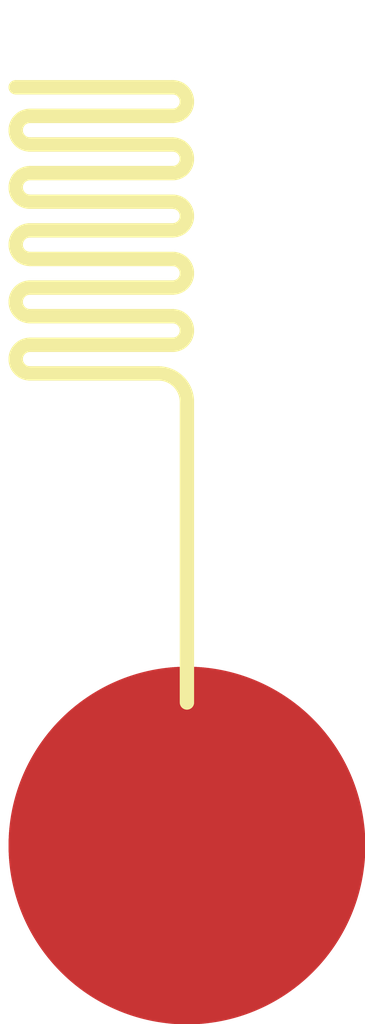
<source format=kicad_pcb>
(kicad_pcb (version 4) (host pcbnew 4.0.6)

  (general
    (links 3)
    (no_connects 0)
    (area 0 0 0 0)
    (thickness 1.6)
    (drawings 140)
    (tracks 0)
    (zones 0)
    (modules 4)
    (nets 2)
  )

  (page A4)
  (layers
    (0 F.Cu signal)
    (31 B.Cu signal)
    (32 B.Adhes user)
    (33 F.Adhes user)
    (34 B.Paste user)
    (35 F.Paste user)
    (36 B.SilkS user)
    (37 F.SilkS user)
    (38 B.Mask user)
    (39 F.Mask user)
    (40 Dwgs.User user)
    (41 Cmts.User user)
    (42 Eco1.User user)
    (43 Eco2.User user)
    (44 Edge.Cuts user)
    (45 Margin user)
    (46 B.CrtYd user)
    (47 F.CrtYd user)
    (48 B.Fab user)
    (49 F.Fab user)
  )

  (setup
    (last_trace_width 1)
    (user_trace_width 1)
    (user_trace_width 2)
    (user_trace_width 3)
    (trace_clearance 0.2)
    (zone_clearance 0.508)
    (zone_45_only no)
    (trace_min 0.2)
    (segment_width 1)
    (edge_width 0.15)
    (via_size 0.6)
    (via_drill 0.4)
    (via_min_size 0.4)
    (via_min_drill 0.3)
    (uvia_size 0.3)
    (uvia_drill 0.1)
    (uvias_allowed no)
    (uvia_min_size 0.2)
    (uvia_min_drill 0.1)
    (pcb_text_width 0.3)
    (pcb_text_size 1.5 1.5)
    (mod_edge_width 0.15)
    (mod_text_size 1 1)
    (mod_text_width 0.15)
    (pad_size 1.524 1.524)
    (pad_drill 0.762)
    (pad_to_mask_clearance 0.2)
    (aux_axis_origin 0 0)
    (visible_elements FFFFFF7F)
    (pcbplotparams
      (layerselection 0x00030_80000001)
      (usegerberextensions false)
      (excludeedgelayer true)
      (linewidth 0.100000)
      (plotframeref false)
      (viasonmask false)
      (mode 1)
      (useauxorigin false)
      (hpglpennumber 1)
      (hpglpenspeed 20)
      (hpglpendiameter 15)
      (hpglpenoverlay 2)
      (psnegative false)
      (psa4output false)
      (plotreference true)
      (plotvalue true)
      (plotinvisibletext false)
      (padsonsilk false)
      (subtractmaskfromsilk false)
      (outputformat 1)
      (mirror false)
      (drillshape 1)
      (scaleselection 1)
      (outputdirectory ""))
  )

  (net 0 "")
  (net 1 "Net-(TP1-Pad1)")

  (net_class Default "This is the default net class."
    (clearance 0.2)
    (trace_width 0.25)
    (via_dia 0.6)
    (via_drill 0.4)
    (uvia_dia 0.3)
    (uvia_drill 0.1)
    (add_net "Net-(TP1-Pad1)")
  )

  (module Pin_Headers:Pin_Header_Straight_1x01_Pitch2.54mm (layer F.Cu) (tedit 5D5F0276) (tstamp 5D5F0445)
    (at 148 103)
    (descr "Through hole straight pin header, 1x01, 2.54mm pitch, single row")
    (tags "Through hole pin header THT 1x01 2.54mm single row")
    (path /5D5F030C)
    (fp_text reference TP1 (at 0 -2.33) (layer F.SilkS) hide
      (effects (font (size 1 1) (thickness 0.15)))
    )
    (fp_text value TEST (at 0 2.33) (layer F.Fab)
      (effects (font (size 1 1) (thickness 0.15)))
    )
    (fp_line (start -1.8 -1.8) (end -1.8 1.8) (layer F.CrtYd) (width 0.05))
    (fp_line (start -1.8 1.8) (end 1.8 1.8) (layer F.CrtYd) (width 0.05))
    (fp_line (start 1.8 1.8) (end 1.8 -1.8) (layer F.CrtYd) (width 0.05))
    (fp_line (start 1.8 -1.8) (end -1.8 -1.8) (layer F.CrtYd) (width 0.05))
    (fp_text user %R (at 0 0 90) (layer F.Fab)
      (effects (font (size 1 1) (thickness 0.15)))
    )
    (pad 1 smd circle (at 0 0) (size 25 25) (layers F.Cu F.Paste F.Mask)
      (net 1 "Net-(TP1-Pad1)"))
    (model ${KISYS3DMOD}/Pin_Headers.3dshapes/Pin_Header_Straight_1x01_Pitch2.54mm.wrl
      (at (xyz 0 0 0))
      (scale (xyz 1 1 1))
      (rotate (xyz 0 0 0))
    )
  )

  (module Pin_Headers:Pin_Header_Straight_1x01_Pitch2.54mm (layer F.Cu) (tedit 5D5F0276) (tstamp 5D5F043C)
    (at 148 103)
    (descr "Through hole straight pin header, 1x01, 2.54mm pitch, single row")
    (tags "Through hole pin header THT 1x01 2.54mm single row")
    (path /5D5F030C)
    (fp_text reference TP1 (at 0 -2.33) (layer F.SilkS) hide
      (effects (font (size 1 1) (thickness 0.15)))
    )
    (fp_text value TEST (at 0 2.33) (layer F.Fab)
      (effects (font (size 1 1) (thickness 0.15)))
    )
    (fp_line (start -1.8 -1.8) (end -1.8 1.8) (layer F.CrtYd) (width 0.05))
    (fp_line (start -1.8 1.8) (end 1.8 1.8) (layer F.CrtYd) (width 0.05))
    (fp_line (start 1.8 1.8) (end 1.8 -1.8) (layer F.CrtYd) (width 0.05))
    (fp_line (start 1.8 -1.8) (end -1.8 -1.8) (layer F.CrtYd) (width 0.05))
    (fp_text user %R (at 0 0 90) (layer F.Fab)
      (effects (font (size 1 1) (thickness 0.15)))
    )
    (pad 1 smd circle (at 0 0) (size 25 25) (layers F.Cu F.Paste F.Mask)
      (net 1 "Net-(TP1-Pad1)"))
    (model ${KISYS3DMOD}/Pin_Headers.3dshapes/Pin_Header_Straight_1x01_Pitch2.54mm.wrl
      (at (xyz 0 0 0))
      (scale (xyz 1 1 1))
      (rotate (xyz 0 0 0))
    )
  )

  (module Pin_Headers:Pin_Header_Straight_1x01_Pitch2.54mm (layer F.Cu) (tedit 5D5F0276) (tstamp 5D5F040D)
    (at 148 103)
    (descr "Through hole straight pin header, 1x01, 2.54mm pitch, single row")
    (tags "Through hole pin header THT 1x01 2.54mm single row")
    (path /5D5F030C)
    (fp_text reference TP1 (at 0 -2.33) (layer F.SilkS) hide
      (effects (font (size 1 1) (thickness 0.15)))
    )
    (fp_text value TEST (at 0 2.33) (layer F.Fab)
      (effects (font (size 1 1) (thickness 0.15)))
    )
    (fp_line (start -1.8 -1.8) (end -1.8 1.8) (layer F.CrtYd) (width 0.05))
    (fp_line (start -1.8 1.8) (end 1.8 1.8) (layer F.CrtYd) (width 0.05))
    (fp_line (start 1.8 1.8) (end 1.8 -1.8) (layer F.CrtYd) (width 0.05))
    (fp_line (start 1.8 -1.8) (end -1.8 -1.8) (layer F.CrtYd) (width 0.05))
    (fp_text user %R (at 0 0 90) (layer F.Fab)
      (effects (font (size 1 1) (thickness 0.15)))
    )
    (pad 1 smd circle (at 0 0) (size 25 25) (layers F.Cu F.Paste F.Mask)
      (net 1 "Net-(TP1-Pad1)"))
    (model ${KISYS3DMOD}/Pin_Headers.3dshapes/Pin_Header_Straight_1x01_Pitch2.54mm.wrl
      (at (xyz 0 0 0))
      (scale (xyz 1 1 1))
      (rotate (xyz 0 0 0))
    )
  )

  (module Pin_Headers:Pin_Header_Straight_1x01_Pitch2.54mm (layer F.Cu) (tedit 5D5F0276) (tstamp 5D5F0261)
    (at 148 103)
    (descr "Through hole straight pin header, 1x01, 2.54mm pitch, single row")
    (tags "Through hole pin header THT 1x01 2.54mm single row")
    (path /5D5F030C)
    (fp_text reference TP1 (at 0 -2.33) (layer F.SilkS) hide
      (effects (font (size 1 1) (thickness 0.15)))
    )
    (fp_text value TEST (at 0 2.33) (layer F.Fab)
      (effects (font (size 1 1) (thickness 0.15)))
    )
    (fp_line (start -1.8 -1.8) (end -1.8 1.8) (layer F.CrtYd) (width 0.05))
    (fp_line (start -1.8 1.8) (end 1.8 1.8) (layer F.CrtYd) (width 0.05))
    (fp_line (start 1.8 1.8) (end 1.8 -1.8) (layer F.CrtYd) (width 0.05))
    (fp_line (start 1.8 -1.8) (end -1.8 -1.8) (layer F.CrtYd) (width 0.05))
    (fp_text user %R (at 0 0 90) (layer F.Fab)
      (effects (font (size 1 1) (thickness 0.15)))
    )
    (pad 1 smd circle (at 0 0) (size 25 25) (layers F.Cu F.Paste F.Mask)
      (net 1 "Net-(TP1-Pad1)"))
    (model ${KISYS3DMOD}/Pin_Headers.3dshapes/Pin_Header_Straight_1x01_Pitch2.54mm.wrl
      (at (xyz 0 0 0))
      (scale (xyz 1 1 1))
      (rotate (xyz 0 0 0))
    )
  )

  (dimension 20 (width 0.3) (layer Dwgs.User) (tstamp 5D5F0492)
    (gr_text "20.000 mm" (at 152.35 80 90) (layer Dwgs.User) (tstamp 5D5F0493)
      (effects (font (size 1.5 1.5) (thickness 0.3)))
    )
    (feature1 (pts (xy 148 70) (xy 153.7 70)))
    (feature2 (pts (xy 148 90) (xy 153.7 90)))
    (crossbar (pts (xy 151 90) (xy 151 70)))
    (arrow1a (pts (xy 151 70) (xy 151.586421 71.126504)))
    (arrow1b (pts (xy 151 70) (xy 150.413579 71.126504)))
    (arrow2a (pts (xy 151 90) (xy 151.586421 88.873496)))
    (arrow2b (pts (xy 151 90) (xy 150.413579 88.873496)))
  )
  (gr_line (start 148 93) (end 148 72) (angle 90) (layer F.SilkS) (width 1) (tstamp 5D5F0491))
  (gr_arc (start 146 72) (end 146 70) (angle 90) (layer F.SilkS) (width 1) (tstamp 5D5F0490))
  (gr_arc (start 137 69) (end 137 70) (angle 90) (layer F.SilkS) (width 1) (tstamp 5D5F048F))
  (gr_arc (start 137 69) (end 136 69) (angle 90) (layer F.SilkS) (width 1) (tstamp 5D5F048E))
  (gr_arc (start 147 67) (end 148 67) (angle 90) (layer F.SilkS) (width 1) (tstamp 5D5F048D))
  (gr_arc (start 147 67) (end 147 66) (angle 90) (layer F.SilkS) (width 1) (tstamp 5D5F048C))
  (gr_line (start 146 70) (end 137 70) (angle 90) (layer F.SilkS) (width 1) (tstamp 5D5F048B))
  (gr_line (start 137 68) (end 147 68) (angle 90) (layer F.SilkS) (width 1) (tstamp 5D5F048A))
  (gr_line (start 147 66) (end 137 66) (angle 90) (layer F.SilkS) (width 1) (tstamp 5D5F0489))
  (gr_line (start 137 64) (end 147 64) (angle 90) (layer F.SilkS) (width 1) (tstamp 5D5F0488))
  (gr_line (start 137 62) (end 147 62) (angle 90) (layer F.SilkS) (width 1) (tstamp 5D5F0487))
  (gr_line (start 137 60) (end 147 60) (angle 90) (layer F.SilkS) (width 1) (tstamp 5D5F0486))
  (gr_line (start 137 58) (end 147 58) (angle 90) (layer F.SilkS) (width 1) (tstamp 5D5F0485))
  (gr_line (start 137 56) (end 147 56) (angle 90) (layer F.SilkS) (width 1) (tstamp 5D5F0484))
  (gr_line (start 137 54) (end 147 54) (angle 90) (layer F.SilkS) (width 1) (tstamp 5D5F0483))
  (gr_line (start 137 52) (end 147 52) (angle 90) (layer F.SilkS) (width 1) (tstamp 5D5F0482))
  (gr_arc (start 137 65) (end 137 66) (angle 90) (layer F.SilkS) (width 1) (tstamp 5D5F0481))
  (gr_arc (start 137 65) (end 136 65) (angle 90) (layer F.SilkS) (width 1) (tstamp 5D5F0480))
  (gr_arc (start 137 61) (end 137 62) (angle 90) (layer F.SilkS) (width 1) (tstamp 5D5F047F))
  (gr_arc (start 137 61) (end 136 61) (angle 90) (layer F.SilkS) (width 1) (tstamp 5D5F047E))
  (gr_arc (start 137 57) (end 137 58) (angle 90) (layer F.SilkS) (width 1) (tstamp 5D5F047D))
  (gr_arc (start 137 57) (end 136 57) (angle 90) (layer F.SilkS) (width 1) (tstamp 5D5F047C))
  (gr_arc (start 137 53) (end 137 54) (angle 90) (layer F.SilkS) (width 1) (tstamp 5D5F047B))
  (gr_arc (start 137 53) (end 136 53) (angle 90) (layer F.SilkS) (width 1) (tstamp 5D5F047A))
  (gr_arc (start 147 51) (end 147 50) (angle 90) (layer F.SilkS) (width 1) (tstamp 5D5F0479))
  (gr_arc (start 147 51) (end 148 51) (angle 90) (layer F.SilkS) (width 1) (tstamp 5D5F0478))
  (gr_arc (start 147 55) (end 147 54) (angle 90) (layer F.SilkS) (width 1) (tstamp 5D5F0477))
  (gr_arc (start 147 55) (end 148 55) (angle 90) (layer F.SilkS) (width 1) (tstamp 5D5F0476))
  (gr_arc (start 147 59) (end 147 58) (angle 90) (layer F.SilkS) (width 1) (tstamp 5D5F0475))
  (gr_arc (start 147 59) (end 148 59) (angle 90) (layer F.SilkS) (width 1) (tstamp 5D5F0474))
  (gr_arc (start 147 63) (end 147 62) (angle 90) (layer F.SilkS) (width 1) (tstamp 5D5F0473))
  (gr_arc (start 147 63) (end 148 63) (angle 90) (layer F.SilkS) (width 1) (tstamp 5D5F0472))
  (gr_line (start 147 50) (end 136 50) (angle 90) (layer F.SilkS) (width 1) (tstamp 5D5F0471))
  (gr_line (start 147 50) (end 136 50) (angle 90) (layer F.SilkS) (width 1) (tstamp 5D5F0470))
  (gr_arc (start 147 63) (end 148 63) (angle 90) (layer F.SilkS) (width 1) (tstamp 5D5F046F))
  (gr_arc (start 147 63) (end 147 62) (angle 90) (layer F.SilkS) (width 1) (tstamp 5D5F046E))
  (gr_arc (start 147 59) (end 148 59) (angle 90) (layer F.SilkS) (width 1) (tstamp 5D5F046D))
  (gr_arc (start 147 59) (end 147 58) (angle 90) (layer F.SilkS) (width 1) (tstamp 5D5F046C))
  (gr_arc (start 147 55) (end 148 55) (angle 90) (layer F.SilkS) (width 1) (tstamp 5D5F046B))
  (gr_arc (start 147 55) (end 147 54) (angle 90) (layer F.SilkS) (width 1) (tstamp 5D5F046A))
  (gr_arc (start 147 51) (end 148 51) (angle 90) (layer F.SilkS) (width 1) (tstamp 5D5F0469))
  (gr_arc (start 147 51) (end 147 50) (angle 90) (layer F.SilkS) (width 1) (tstamp 5D5F0468))
  (gr_arc (start 137 53) (end 136 53) (angle 90) (layer F.SilkS) (width 1) (tstamp 5D5F0467))
  (gr_arc (start 137 53) (end 137 54) (angle 90) (layer F.SilkS) (width 1) (tstamp 5D5F0466))
  (gr_arc (start 137 57) (end 136 57) (angle 90) (layer F.SilkS) (width 1) (tstamp 5D5F0465))
  (gr_arc (start 137 57) (end 137 58) (angle 90) (layer F.SilkS) (width 1) (tstamp 5D5F0464))
  (gr_arc (start 137 61) (end 136 61) (angle 90) (layer F.SilkS) (width 1) (tstamp 5D5F0463))
  (gr_arc (start 137 61) (end 137 62) (angle 90) (layer F.SilkS) (width 1) (tstamp 5D5F0462))
  (gr_arc (start 137 65) (end 136 65) (angle 90) (layer F.SilkS) (width 1) (tstamp 5D5F0461))
  (gr_arc (start 137 65) (end 137 66) (angle 90) (layer F.SilkS) (width 1) (tstamp 5D5F0460))
  (gr_line (start 137 52) (end 147 52) (angle 90) (layer F.SilkS) (width 1) (tstamp 5D5F045F))
  (gr_line (start 137 54) (end 147 54) (angle 90) (layer F.SilkS) (width 1) (tstamp 5D5F045E))
  (gr_line (start 137 56) (end 147 56) (angle 90) (layer F.SilkS) (width 1) (tstamp 5D5F045D))
  (gr_line (start 137 58) (end 147 58) (angle 90) (layer F.SilkS) (width 1) (tstamp 5D5F045C))
  (gr_line (start 137 60) (end 147 60) (angle 90) (layer F.SilkS) (width 1) (tstamp 5D5F045B))
  (gr_line (start 137 62) (end 147 62) (angle 90) (layer F.SilkS) (width 1) (tstamp 5D5F045A))
  (gr_line (start 137 64) (end 147 64) (angle 90) (layer F.SilkS) (width 1) (tstamp 5D5F0459))
  (gr_line (start 147 66) (end 137 66) (angle 90) (layer F.SilkS) (width 1) (tstamp 5D5F0458))
  (gr_line (start 137 68) (end 147 68) (angle 90) (layer F.SilkS) (width 1) (tstamp 5D5F0457))
  (gr_line (start 146 70) (end 137 70) (angle 90) (layer F.SilkS) (width 1) (tstamp 5D5F0456))
  (gr_arc (start 147 67) (end 147 66) (angle 90) (layer F.SilkS) (width 1) (tstamp 5D5F0455))
  (gr_arc (start 147 67) (end 148 67) (angle 90) (layer F.SilkS) (width 1) (tstamp 5D5F0454))
  (gr_arc (start 137 69) (end 136 69) (angle 90) (layer F.SilkS) (width 1) (tstamp 5D5F0453))
  (gr_arc (start 137 69) (end 137 70) (angle 90) (layer F.SilkS) (width 1) (tstamp 5D5F0452))
  (gr_arc (start 146 72) (end 146 70) (angle 90) (layer F.SilkS) (width 1) (tstamp 5D5F0451))
  (gr_line (start 148 93) (end 148 72) (angle 90) (layer F.SilkS) (width 1) (tstamp 5D5F0450))
  (dimension 20 (width 0.3) (layer Dwgs.User) (tstamp 5D5F044E)
    (gr_text "20.000 mm" (at 152.35 80 90) (layer Dwgs.User) (tstamp 5D5F044F)
      (effects (font (size 1.5 1.5) (thickness 0.3)))
    )
    (feature1 (pts (xy 148 70) (xy 153.7 70)))
    (feature2 (pts (xy 148 90) (xy 153.7 90)))
    (crossbar (pts (xy 151 90) (xy 151 70)))
    (arrow1a (pts (xy 151 70) (xy 151.586421 71.126504)))
    (arrow1b (pts (xy 151 70) (xy 150.413579 71.126504)))
    (arrow2a (pts (xy 151 90) (xy 151.586421 88.873496)))
    (arrow2b (pts (xy 151 90) (xy 150.413579 88.873496)))
  )
  (gr_line (start 148 104) (end 148 44) (angle 90) (layer Dwgs.User) (width 0.2) (tstamp 5D5F043A))
  (gr_line (start 135 103) (end 135 44) (angle 90) (layer Dwgs.User) (width 0.2) (tstamp 5D5F0439))
  (dimension 20 (width 0.3) (layer Dwgs.User) (tstamp 5D5F0437)
    (gr_text "20.000 mm" (at 152.35 80 90) (layer Dwgs.User) (tstamp 5D5F0438)
      (effects (font (size 1.5 1.5) (thickness 0.3)))
    )
    (feature1 (pts (xy 148 70) (xy 153.7 70)))
    (feature2 (pts (xy 148 90) (xy 153.7 90)))
    (crossbar (pts (xy 151 90) (xy 151 70)))
    (arrow1a (pts (xy 151 70) (xy 151.586421 71.126504)))
    (arrow1b (pts (xy 151 70) (xy 150.413579 71.126504)))
    (arrow2a (pts (xy 151 90) (xy 151.586421 88.873496)))
    (arrow2b (pts (xy 151 90) (xy 150.413579 88.873496)))
  )
  (gr_line (start 148 93) (end 148 72) (angle 90) (layer F.SilkS) (width 1) (tstamp 5D5F0436))
  (gr_arc (start 146 72) (end 146 70) (angle 90) (layer F.SilkS) (width 1) (tstamp 5D5F0435))
  (gr_arc (start 137 69) (end 137 70) (angle 90) (layer F.SilkS) (width 1) (tstamp 5D5F0434))
  (gr_arc (start 137 69) (end 136 69) (angle 90) (layer F.SilkS) (width 1) (tstamp 5D5F0433))
  (gr_arc (start 147 67) (end 148 67) (angle 90) (layer F.SilkS) (width 1) (tstamp 5D5F0432))
  (gr_arc (start 147 67) (end 147 66) (angle 90) (layer F.SilkS) (width 1) (tstamp 5D5F0431))
  (gr_line (start 146 70) (end 137 70) (angle 90) (layer F.SilkS) (width 1) (tstamp 5D5F0430))
  (gr_line (start 137 68) (end 147 68) (angle 90) (layer F.SilkS) (width 1) (tstamp 5D5F042F))
  (gr_line (start 147 66) (end 137 66) (angle 90) (layer F.SilkS) (width 1) (tstamp 5D5F042E))
  (gr_line (start 137 64) (end 147 64) (angle 90) (layer F.SilkS) (width 1) (tstamp 5D5F042D))
  (gr_line (start 137 62) (end 147 62) (angle 90) (layer F.SilkS) (width 1) (tstamp 5D5F042C))
  (gr_line (start 137 60) (end 147 60) (angle 90) (layer F.SilkS) (width 1) (tstamp 5D5F042B))
  (gr_line (start 137 58) (end 147 58) (angle 90) (layer F.SilkS) (width 1) (tstamp 5D5F042A))
  (gr_line (start 137 56) (end 147 56) (angle 90) (layer F.SilkS) (width 1) (tstamp 5D5F0429))
  (gr_line (start 137 54) (end 147 54) (angle 90) (layer F.SilkS) (width 1) (tstamp 5D5F0428))
  (gr_line (start 137 52) (end 147 52) (angle 90) (layer F.SilkS) (width 1) (tstamp 5D5F0427))
  (gr_arc (start 137 65) (end 137 66) (angle 90) (layer F.SilkS) (width 1) (tstamp 5D5F0426))
  (gr_arc (start 137 65) (end 136 65) (angle 90) (layer F.SilkS) (width 1) (tstamp 5D5F0425))
  (gr_arc (start 137 61) (end 137 62) (angle 90) (layer F.SilkS) (width 1) (tstamp 5D5F0424))
  (gr_arc (start 137 61) (end 136 61) (angle 90) (layer F.SilkS) (width 1) (tstamp 5D5F0423))
  (gr_arc (start 137 57) (end 137 58) (angle 90) (layer F.SilkS) (width 1) (tstamp 5D5F0422))
  (gr_arc (start 137 57) (end 136 57) (angle 90) (layer F.SilkS) (width 1) (tstamp 5D5F0421))
  (gr_arc (start 137 53) (end 137 54) (angle 90) (layer F.SilkS) (width 1) (tstamp 5D5F0420))
  (gr_arc (start 137 53) (end 136 53) (angle 90) (layer F.SilkS) (width 1) (tstamp 5D5F041F))
  (gr_arc (start 147 51) (end 147 50) (angle 90) (layer F.SilkS) (width 1) (tstamp 5D5F041E))
  (gr_arc (start 147 51) (end 148 51) (angle 90) (layer F.SilkS) (width 1) (tstamp 5D5F041D))
  (gr_arc (start 147 55) (end 147 54) (angle 90) (layer F.SilkS) (width 1) (tstamp 5D5F041C))
  (gr_arc (start 147 55) (end 148 55) (angle 90) (layer F.SilkS) (width 1) (tstamp 5D5F041B))
  (gr_arc (start 147 59) (end 147 58) (angle 90) (layer F.SilkS) (width 1) (tstamp 5D5F041A))
  (gr_arc (start 147 59) (end 148 59) (angle 90) (layer F.SilkS) (width 1) (tstamp 5D5F0419))
  (gr_arc (start 147 63) (end 147 62) (angle 90) (layer F.SilkS) (width 1) (tstamp 5D5F0418))
  (gr_arc (start 147 63) (end 148 63) (angle 90) (layer F.SilkS) (width 1) (tstamp 5D5F0417))
  (gr_line (start 147 50) (end 136 50) (angle 90) (layer F.SilkS) (width 1) (tstamp 5D5F0416))
  (gr_line (start 147 50) (end 136 50) (angle 90) (layer F.SilkS) (width 1))
  (gr_arc (start 147 63) (end 148 63) (angle 90) (layer F.SilkS) (width 1))
  (gr_arc (start 147 63) (end 147 62) (angle 90) (layer F.SilkS) (width 1))
  (gr_arc (start 147 59) (end 148 59) (angle 90) (layer F.SilkS) (width 1))
  (gr_arc (start 147 59) (end 147 58) (angle 90) (layer F.SilkS) (width 1))
  (gr_arc (start 147 55) (end 148 55) (angle 90) (layer F.SilkS) (width 1))
  (gr_arc (start 147 55) (end 147 54) (angle 90) (layer F.SilkS) (width 1))
  (gr_arc (start 147 51) (end 148 51) (angle 90) (layer F.SilkS) (width 1))
  (gr_arc (start 147 51) (end 147 50) (angle 90) (layer F.SilkS) (width 1))
  (gr_arc (start 137 53) (end 136 53) (angle 90) (layer F.SilkS) (width 1))
  (gr_arc (start 137 53) (end 137 54) (angle 90) (layer F.SilkS) (width 1))
  (gr_arc (start 137 57) (end 136 57) (angle 90) (layer F.SilkS) (width 1))
  (gr_arc (start 137 57) (end 137 58) (angle 90) (layer F.SilkS) (width 1))
  (gr_arc (start 137 61) (end 136 61) (angle 90) (layer F.SilkS) (width 1))
  (gr_arc (start 137 61) (end 137 62) (angle 90) (layer F.SilkS) (width 1))
  (gr_arc (start 137 65) (end 136 65) (angle 90) (layer F.SilkS) (width 1))
  (gr_arc (start 137 65) (end 137 66) (angle 90) (layer F.SilkS) (width 1))
  (gr_line (start 137 52) (end 147 52) (angle 90) (layer F.SilkS) (width 1))
  (gr_line (start 137 54) (end 147 54) (angle 90) (layer F.SilkS) (width 1))
  (gr_line (start 137 56) (end 147 56) (angle 90) (layer F.SilkS) (width 1))
  (gr_line (start 137 58) (end 147 58) (angle 90) (layer F.SilkS) (width 1))
  (gr_line (start 137 60) (end 147 60) (angle 90) (layer F.SilkS) (width 1))
  (gr_line (start 137 62) (end 147 62) (angle 90) (layer F.SilkS) (width 1))
  (gr_line (start 137 64) (end 147 64) (angle 90) (layer F.SilkS) (width 1))
  (gr_line (start 147 66) (end 137 66) (angle 90) (layer F.SilkS) (width 1))
  (gr_line (start 137 68) (end 147 68) (angle 90) (layer F.SilkS) (width 1))
  (gr_line (start 146 70) (end 137 70) (angle 90) (layer F.SilkS) (width 1))
  (gr_arc (start 147 67) (end 147 66) (angle 90) (layer F.SilkS) (width 1))
  (gr_arc (start 147 67) (end 148 67) (angle 90) (layer F.SilkS) (width 1))
  (gr_arc (start 137 69) (end 136 69) (angle 90) (layer F.SilkS) (width 1))
  (gr_arc (start 137 69) (end 137 70) (angle 90) (layer F.SilkS) (width 1))
  (gr_arc (start 146 72) (end 146 70) (angle 90) (layer F.SilkS) (width 1))
  (gr_line (start 148 93) (end 148 72) (angle 90) (layer F.SilkS) (width 1))
  (dimension 20 (width 0.3) (layer Dwgs.User)
    (gr_text "20.000 mm" (at 152.35 80 90) (layer Dwgs.User)
      (effects (font (size 1.5 1.5) (thickness 0.3)))
    )
    (feature1 (pts (xy 148 70) (xy 153.7 70)))
    (feature2 (pts (xy 148 90) (xy 153.7 90)))
    (crossbar (pts (xy 151 90) (xy 151 70)))
    (arrow1a (pts (xy 151 70) (xy 151.586421 71.126504)))
    (arrow1b (pts (xy 151 70) (xy 150.413579 71.126504)))
    (arrow2a (pts (xy 151 90) (xy 151.586421 88.873496)))
    (arrow2b (pts (xy 151 90) (xy 150.413579 88.873496)))
  )
  (gr_line (start 135 103) (end 135 44) (angle 90) (layer Dwgs.User) (width 0.2))
  (gr_line (start 148 104) (end 148 44) (angle 90) (layer Dwgs.User) (width 0.2))

)

</source>
